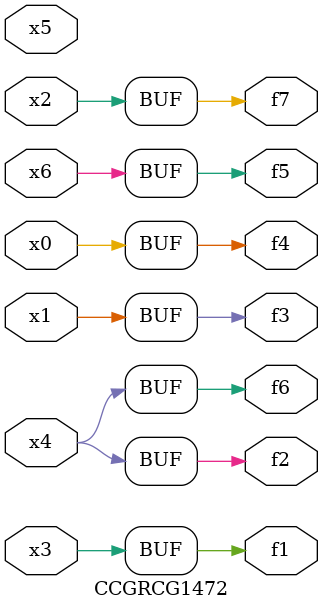
<source format=v>
module CCGRCG1472(
	input x0, x1, x2, x3, x4, x5, x6,
	output f1, f2, f3, f4, f5, f6, f7
);
	assign f1 = x3;
	assign f2 = x4;
	assign f3 = x1;
	assign f4 = x0;
	assign f5 = x6;
	assign f6 = x4;
	assign f7 = x2;
endmodule

</source>
